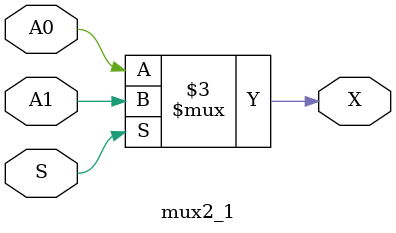
<source format=v>
module mux8_1 (A,S,Y);
    
    input wire [7:0] A;
    input wire [2:0] S;
    output Y;

    wire road1,road2,road3;

    mux4_1 mux0 (.S(S[1:0]),.A(A[7:4]),.Y(road1));
    mux4_1 mux1 (.S(S[1:0]),.A(A[3:0]),.Y(road2));

    mux2_1 mux2 (.X(road3),.A0(road1),.A1(road2),.S(S[2]));

    assign Y = road3;

endmodule

module mux4_1 (
    S   ,
    A   ,
    Y 
);
    input wire [1:0] S;
    input wire [3:0] A;
    output reg Y;

    always @(*) begin
        case (S)
            2'b00: Y = A[0];
            2'b01: Y = A[1]; 
            2'b10: Y = A[2]; 
            2'b11: Y = A[3]; 
            default: Y = 0;
        endcase
    end
endmodule

module mux2_1 (
    X   ,
    A0  ,
    A1  ,
    S 
);
    input wire A0,A1,S;
    output reg X;
    always @(*) begin
        if(S)
            X = A1;
        else
            X = A0;
    end
endmodule


</source>
